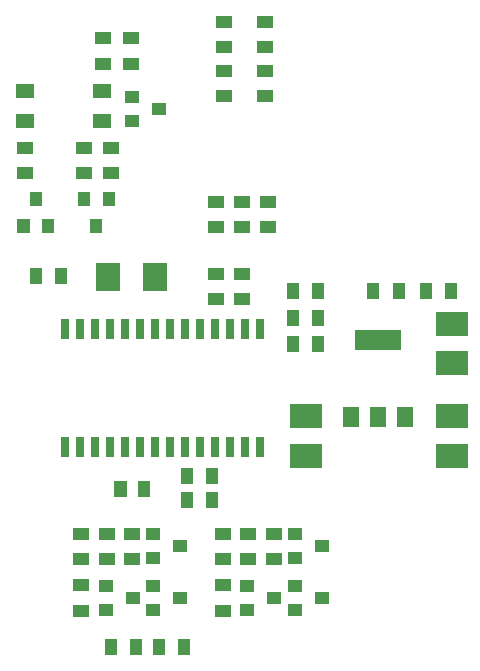
<source format=gbr>
G04 This is an RS-274x file exported by *
G04 gerbv version 2.6A *
G04 More information is available about gerbv at *
G04 http://gerbv.geda-project.org/ *
G04 --End of header info--*
%MOIN*%
%FSLAX34Y34*%
%IPPOS*%
G04 --Define apertures--*
%ADD10R,0.0276X0.0709*%
%ADD11R,0.0551X0.0669*%
%ADD12R,0.1575X0.0669*%
%ADD13R,0.0433X0.0551*%
%ADD14R,0.1102X0.0787*%
%ADD15R,0.0394X0.0551*%
%ADD16R,0.0551X0.0394*%
%ADD17R,0.0787X0.0945*%
%ADD18R,0.0480X0.0402*%
%ADD19R,0.0402X0.0480*%
%ADD20R,0.0630X0.0472*%
G04 --Start main section--*
G54D10*
G01X0004328Y-017321D03*
G01X0004828Y-017321D03*
G01X0005328Y-017321D03*
G01X0005828Y-017321D03*
G01X0006328Y-017321D03*
G01X0006828Y-017321D03*
G01X0007328Y-017321D03*
G01X0007828Y-017321D03*
G01X0008328Y-017321D03*
G01X0008828Y-017321D03*
G01X0004328Y-013385D03*
G01X0004828Y-013385D03*
G01X0005328Y-013385D03*
G01X0005828Y-013385D03*
G01X0006328Y-013385D03*
G01X0006828Y-013385D03*
G01X0007328Y-013385D03*
G01X0007828Y-013385D03*
G01X0008328Y-013385D03*
G01X0008828Y-013385D03*
G01X0002328Y-017321D03*
G01X0002828Y-017321D03*
G01X0003328Y-017321D03*
G01X0003828Y-017321D03*
G01X0002328Y-013385D03*
G01X0002828Y-013385D03*
G01X0003328Y-013385D03*
G01X0003828Y-013385D03*
G54D11*
G01X0011875Y-016324D03*
G01X0012780Y-016324D03*
G01X0013686Y-016324D03*
G54D12*
G01X0012780Y-013765D03*
G36*
G01X0003974Y-018456D02*
G01X0004407Y-018455D01*
G01X0004407Y-019007D01*
G01X0003974Y-019007D01*
G01X0003974Y-018456D01*
G37*
G54D13*
G01X0004979Y-018731D03*
G54D14*
G01X0010371Y-016316D03*
G01X0010371Y-017637D03*
G54D15*
G01X0010773Y-013899D03*
G01X0009922Y-013899D03*
G01X0010773Y-013024D03*
G01X0009922Y-013024D03*
G01X0010773Y-012149D03*
G01X0009922Y-012149D03*
G54D16*
G01X0008240Y-012414D03*
G01X0008240Y-011563D03*
G01X0007365Y-012414D03*
G01X0007365Y-011563D03*
G54D14*
G01X0015246Y-016316D03*
G01X0015246Y-017637D03*
G54D17*
G01X0003781Y-011656D03*
G01X0005344Y-011656D03*
G54D18*
G01X0010905Y-022353D03*
G01X0010003Y-022754D03*
G01X0010003Y-021951D03*
G01X0010904Y-020633D03*
G01X0010003Y-020232D03*
G01X0010003Y-021035D03*
G01X0009311Y-022352D03*
G01X0008409Y-021951D03*
G01X0008409Y-022754D03*
G54D16*
G01X0008448Y-021075D03*
G01X0008448Y-020224D03*
G01X0009292Y-021075D03*
G01X0009292Y-020224D03*
G01X0007605Y-021075D03*
G01X0007605Y-020224D03*
G36*
G01X0003184Y-009725D02*
G01X0003586Y-009725D01*
G01X0003586Y-010205D01*
G01X0003184Y-010205D01*
G01X0003184Y-009725D01*
G37*
G54D19*
G01X0002984Y-009063D03*
G01X0003787Y-009063D03*
G01X0001354Y-009063D03*
G36*
G01X0000752Y-009725D02*
G01X0001153Y-009725D01*
G01X0001153Y-010205D01*
G01X0000752Y-010205D01*
G01X0000752Y-009725D01*
G37*
G36*
G01X0001555Y-009725D02*
G01X0001956Y-009725D01*
G01X0001956Y-010205D01*
G01X0001555Y-010205D01*
G01X0001555Y-009725D01*
G37*
G54D20*
G01X0003562Y-006453D03*
G01X0003562Y-005453D03*
G01X0000999Y-005453D03*
G01X0000999Y-006453D03*
G54D18*
G01X0005469Y-006064D03*
G01X0004568Y-005662D03*
G01X0004568Y-006465D03*
G54D16*
G01X0004526Y-004554D03*
G01X0004526Y-003703D03*
G01X0000995Y-008211D03*
G01X0000995Y-007360D03*
G01X0002964Y-008211D03*
G01X0002964Y-007360D03*
G01X0003870Y-008211D03*
G01X0003870Y-007360D03*
G01X0007605Y-022793D03*
G01X0007605Y-021942D03*
G54D18*
G01X0006186Y-022353D03*
G01X0005284Y-022754D03*
G01X0005284Y-021951D03*
G01X0006186Y-020633D03*
G01X0005284Y-020232D03*
G01X0005284Y-021035D03*
G01X0004592Y-022352D03*
G01X0003690Y-021951D03*
G01X0003690Y-022754D03*
G54D16*
G01X0003730Y-021075D03*
G01X0003730Y-020224D03*
G01X0004573Y-021075D03*
G01X0004573Y-020224D03*
G01X0002886Y-021075D03*
G01X0002886Y-020224D03*
G01X0002886Y-022793D03*
G01X0002886Y-021942D03*
G54D15*
G01X0007241Y-018305D03*
G01X0006390Y-018305D03*
G01X0007241Y-019117D03*
G01X0006390Y-019117D03*
G54D14*
G01X0015246Y-013222D03*
G01X0015246Y-014543D03*
G54D15*
G01X0013460Y-012149D03*
G01X0012609Y-012149D03*
G01X0015210Y-012149D03*
G01X0014359Y-012149D03*
G54D16*
G01X0009105Y-010012D03*
G01X0009105Y-009161D03*
G01X0008230Y-010012D03*
G01X0008230Y-009161D03*
G01X0009011Y-005637D03*
G01X0009011Y-004786D03*
G01X0007636Y-005637D03*
G01X0007636Y-004786D03*
G01X0003589Y-004554D03*
G01X0003589Y-003703D03*
G01X0007367Y-010012D03*
G01X0007367Y-009161D03*
G54D15*
G01X0004710Y-023992D03*
G01X0003859Y-023992D03*
G01X0006304Y-023992D03*
G01X0005453Y-023992D03*
G54D16*
G01X0009011Y-004012D03*
G01X0009011Y-003161D03*
G01X0007636Y-004012D03*
G01X0007636Y-003161D03*
G54D15*
G01X0002210Y-011649D03*
G01X0001359Y-011649D03*
M02*

</source>
